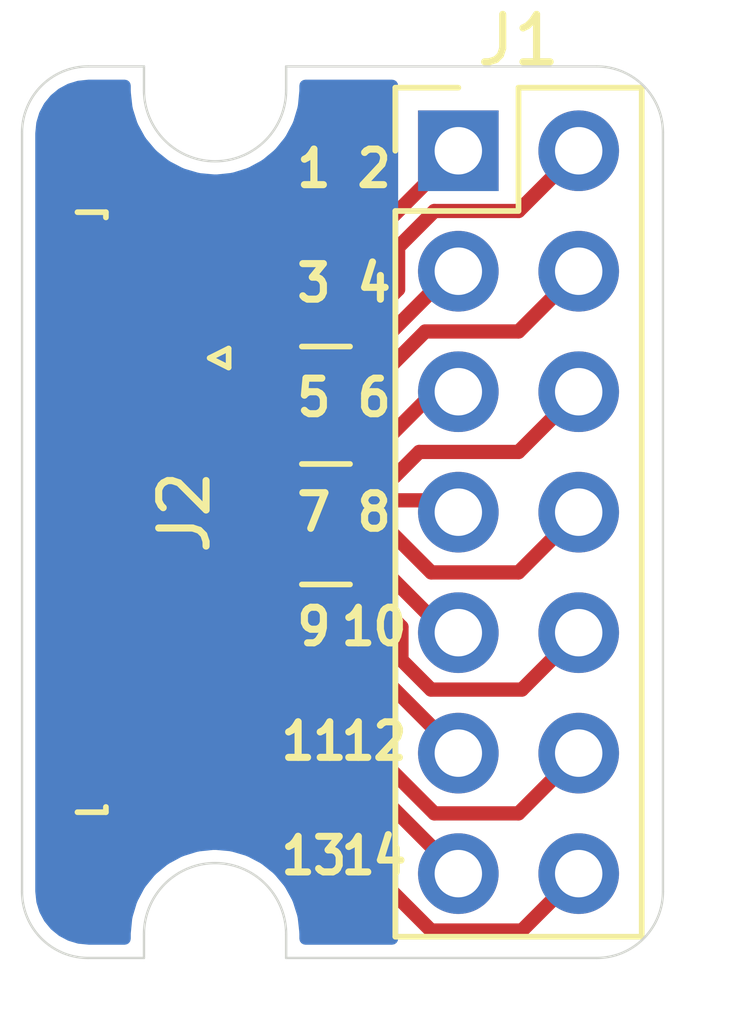
<source format=kicad_pcb>
(kicad_pcb (version 20171130) (host pcbnew "(5.1.6)-1")

  (general
    (thickness 1.6)
    (drawings 23)
    (tracks 59)
    (zones 0)
    (modules 2)
    (nets 15)
  )

  (page A4)
  (layers
    (0 F.Cu signal)
    (31 B.Cu signal)
    (32 B.Adhes user)
    (33 F.Adhes user)
    (34 B.Paste user)
    (35 F.Paste user)
    (36 B.SilkS user)
    (37 F.SilkS user)
    (38 B.Mask user)
    (39 F.Mask user)
    (40 Dwgs.User user)
    (41 Cmts.User user)
    (42 Eco1.User user)
    (43 Eco2.User user)
    (44 Edge.Cuts user)
    (45 Margin user)
    (46 B.CrtYd user)
    (47 F.CrtYd user)
    (48 B.Fab user)
    (49 F.Fab user)
  )

  (setup
    (last_trace_width 0.25)
    (user_trace_width 0.3)
    (trace_clearance 0.2)
    (zone_clearance 0.254)
    (zone_45_only no)
    (trace_min 0.2)
    (via_size 0.8)
    (via_drill 0.4)
    (via_min_size 0.4)
    (via_min_drill 0.3)
    (uvia_size 0.3)
    (uvia_drill 0.1)
    (uvias_allowed no)
    (uvia_min_size 0.2)
    (uvia_min_drill 0.1)
    (edge_width 0.05)
    (segment_width 0.2)
    (pcb_text_width 0.3)
    (pcb_text_size 1.5 1.5)
    (mod_edge_width 0.12)
    (mod_text_size 1 1)
    (mod_text_width 0.15)
    (pad_size 1.524 1.524)
    (pad_drill 0.762)
    (pad_to_mask_clearance 0.05)
    (aux_axis_origin 0 0)
    (visible_elements 7FFFFFFF)
    (pcbplotparams
      (layerselection 0x010fc_ffffffff)
      (usegerberextensions false)
      (usegerberattributes true)
      (usegerberadvancedattributes true)
      (creategerberjobfile true)
      (excludeedgelayer true)
      (linewidth 0.100000)
      (plotframeref false)
      (viasonmask false)
      (mode 1)
      (useauxorigin false)
      (hpglpennumber 1)
      (hpglpenspeed 20)
      (hpglpendiameter 15.000000)
      (psnegative false)
      (psa4output false)
      (plotreference true)
      (plotvalue true)
      (plotinvisibletext false)
      (padsonsilk false)
      (subtractmaskfromsilk false)
      (outputformat 1)
      (mirror false)
      (drillshape 1)
      (scaleselection 1)
      (outputdirectory ""))
  )

  (net 0 "")
  (net 1 "Net-(J1-Pad14)")
  (net 2 "Net-(J1-Pad13)")
  (net 3 "Net-(J1-Pad12)")
  (net 4 "Net-(J1-Pad11)")
  (net 5 "Net-(J1-Pad10)")
  (net 6 "Net-(J1-Pad9)")
  (net 7 "Net-(J1-Pad8)")
  (net 8 "Net-(J1-Pad7)")
  (net 9 "Net-(J1-Pad6)")
  (net 10 "Net-(J1-Pad5)")
  (net 11 "Net-(J1-Pad4)")
  (net 12 "Net-(J1-Pad3)")
  (net 13 "Net-(J1-Pad2)")
  (net 14 "Net-(J1-Pad1)")

  (net_class Default "This is the default net class."
    (clearance 0.2)
    (trace_width 0.25)
    (via_dia 0.8)
    (via_drill 0.4)
    (uvia_dia 0.3)
    (uvia_drill 0.1)
    (add_net "Net-(J1-Pad1)")
    (add_net "Net-(J1-Pad10)")
    (add_net "Net-(J1-Pad11)")
    (add_net "Net-(J1-Pad12)")
    (add_net "Net-(J1-Pad13)")
    (add_net "Net-(J1-Pad14)")
    (add_net "Net-(J1-Pad2)")
    (add_net "Net-(J1-Pad3)")
    (add_net "Net-(J1-Pad4)")
    (add_net "Net-(J1-Pad5)")
    (add_net "Net-(J1-Pad6)")
    (add_net "Net-(J1-Pad7)")
    (add_net "Net-(J1-Pad8)")
    (add_net "Net-(J1-Pad9)")
  )

  (module Connector_FFC-FPC:TE_1-1734839-4_1x14-1MP_P0.5mm_Horizontal (layer F.Cu) (tedit 5DB5C65C) (tstamp 602BB66D)
    (at 177.7365 126.6825 270)
    (descr "TE FPC connector, 14 top-side contacts, 0.5mm pitch, SMT, https://www.te.com/commerce/DocumentDelivery/DDEController?Action=showdoc&DocId=Customer+Drawing%7F1734839%7FC%7Fpdf%7FEnglish%7FENG_CD_1734839_C_C_1734839.pdf%7F4-1734839-0")
    (tags "te fpc 1734839")
    (path /602C1446)
    (attr smd)
    (fp_text reference J2 (at 0 0.381 90) (layer F.SilkS)
      (effects (font (size 1 1) (thickness 0.15)))
    )
    (fp_text value Conn_01x14 (at 0 3.25 90) (layer Dwgs.User)
      (effects (font (size 0.5 0.5) (thickness 0.08)))
    )
    (fp_line (start 6.72 -2.4) (end -6.72 -2.4) (layer F.CrtYd) (width 0.05))
    (fp_line (start 6.72 4.25) (end 6.72 -2.4) (layer F.CrtYd) (width 0.05))
    (fp_line (start -6.72 4.25) (end 6.72 4.25) (layer F.CrtYd) (width 0.05))
    (fp_line (start -6.72 -2.4) (end -6.72 4.25) (layer F.CrtYd) (width 0.05))
    (fp_line (start 6.105 2.75) (end -6.105 2.75) (layer Dwgs.User) (width 0.1))
    (fp_line (start -3.05 -0.55) (end -3.45 -0.55) (layer F.SilkS) (width 0.12))
    (fp_line (start -3.25 -0.15) (end -3.05 -0.55) (layer F.SilkS) (width 0.12))
    (fp_line (start -3.45 -0.55) (end -3.25 -0.15) (layer F.SilkS) (width 0.12))
    (fp_line (start 6.325 2.04) (end 6.325 2.64) (layer F.SilkS) (width 0.12))
    (fp_line (start 6.215 2.04) (end 6.325 2.04) (layer F.SilkS) (width 0.12))
    (fp_line (start -6.325 2.04) (end -6.325 2.64) (layer F.SilkS) (width 0.12))
    (fp_line (start -6.215 2.04) (end -6.325 2.04) (layer F.SilkS) (width 0.12))
    (fp_line (start -3.25 0.15) (end -2.85 -0.65) (layer F.Fab) (width 0.1))
    (fp_line (start -3.65 -0.65) (end -3.25 0.15) (layer F.Fab) (width 0.1))
    (fp_line (start -5.56 2.15) (end -5.56 -0.65) (layer F.Fab) (width 0.1))
    (fp_line (start -6.215 2.15) (end -5.56 2.15) (layer F.Fab) (width 0.1))
    (fp_line (start -6.215 3.75) (end -6.215 2.15) (layer F.Fab) (width 0.1))
    (fp_line (start 6.215 3.75) (end -6.215 3.75) (layer F.Fab) (width 0.1))
    (fp_line (start 6.215 2.15) (end 6.215 3.75) (layer F.Fab) (width 0.1))
    (fp_line (start 5.56 2.15) (end 6.215 2.15) (layer F.Fab) (width 0.1))
    (fp_line (start 5.56 -0.65) (end 5.56 2.15) (layer F.Fab) (width 0.1))
    (fp_line (start -5.56 -0.65) (end 5.56 -0.65) (layer F.Fab) (width 0.1))
    (fp_text user %R (at 0 1.55 90) (layer F.Fab)
      (effects (font (size 1 1) (thickness 0.15)))
    )
    (pad MP smd rect (at 4.92 0.35 270) (size 2.3 3.1) (layers F.Cu F.Paste F.Mask))
    (pad MP smd rect (at -4.92 0.35 270) (size 2.3 3.1) (layers F.Cu F.Paste F.Mask))
    (pad 14 smd rect (at 3.25 -1.35 270) (size 0.3 1.1) (layers F.Cu F.Paste F.Mask)
      (net 1 "Net-(J1-Pad14)"))
    (pad 13 smd rect (at 2.75 -1.35 270) (size 0.3 1.1) (layers F.Cu F.Paste F.Mask)
      (net 2 "Net-(J1-Pad13)"))
    (pad 12 smd rect (at 2.25 -1.35 270) (size 0.3 1.1) (layers F.Cu F.Paste F.Mask)
      (net 3 "Net-(J1-Pad12)"))
    (pad 11 smd rect (at 1.75 -1.35 270) (size 0.3 1.1) (layers F.Cu F.Paste F.Mask)
      (net 4 "Net-(J1-Pad11)"))
    (pad 10 smd rect (at 1.25 -1.35 270) (size 0.3 1.1) (layers F.Cu F.Paste F.Mask)
      (net 5 "Net-(J1-Pad10)"))
    (pad 9 smd rect (at 0.75 -1.35 270) (size 0.3 1.1) (layers F.Cu F.Paste F.Mask)
      (net 6 "Net-(J1-Pad9)"))
    (pad 8 smd rect (at 0.25 -1.35 270) (size 0.3 1.1) (layers F.Cu F.Paste F.Mask)
      (net 7 "Net-(J1-Pad8)"))
    (pad 7 smd rect (at -0.25 -1.35 270) (size 0.3 1.1) (layers F.Cu F.Paste F.Mask)
      (net 8 "Net-(J1-Pad7)"))
    (pad 6 smd rect (at -0.75 -1.35 270) (size 0.3 1.1) (layers F.Cu F.Paste F.Mask)
      (net 9 "Net-(J1-Pad6)"))
    (pad 5 smd rect (at -1.25 -1.35 270) (size 0.3 1.1) (layers F.Cu F.Paste F.Mask)
      (net 10 "Net-(J1-Pad5)"))
    (pad 4 smd rect (at -1.75 -1.35 270) (size 0.3 1.1) (layers F.Cu F.Paste F.Mask)
      (net 11 "Net-(J1-Pad4)"))
    (pad 3 smd rect (at -2.25 -1.35 270) (size 0.3 1.1) (layers F.Cu F.Paste F.Mask)
      (net 12 "Net-(J1-Pad3)"))
    (pad 2 smd rect (at -2.75 -1.35 270) (size 0.3 1.1) (layers F.Cu F.Paste F.Mask)
      (net 13 "Net-(J1-Pad2)"))
    (pad 1 smd rect (at -3.25 -1.35 270) (size 0.3 1.1) (layers F.Cu F.Paste F.Mask)
      (net 14 "Net-(J1-Pad1)"))
    (model ${KISYS3DMOD}/Connector_FFC-FPC.3dshapes/TE_1-1734839-4_1x14-1MP_P0.5mm_Horizontal.wrl
      (at (xyz 0 0 0))
      (scale (xyz 1 1 1))
      (rotate (xyz 0 0 0))
    )
  )

  (module Connector_PinHeader_2.54mm:PinHeader_2x07_P2.54mm_Vertical (layer F.Cu) (tedit 59FED5CC) (tstamp 602BB4D6)
    (at 183.134 119.0625)
    (descr "Through hole straight pin header, 2x07, 2.54mm pitch, double rows")
    (tags "Through hole pin header THT 2x07 2.54mm double row")
    (path /602C1C5D)
    (fp_text reference J1 (at 1.27 -2.33) (layer F.SilkS)
      (effects (font (size 1 1) (thickness 0.15)))
    )
    (fp_text value Conn_01x14 (at 1.27 17.57) (layer F.Fab)
      (effects (font (size 1 1) (thickness 0.15)))
    )
    (fp_line (start 4.35 -1.8) (end -1.8 -1.8) (layer F.CrtYd) (width 0.05))
    (fp_line (start 4.35 17.05) (end 4.35 -1.8) (layer F.CrtYd) (width 0.05))
    (fp_line (start -1.8 17.05) (end 4.35 17.05) (layer F.CrtYd) (width 0.05))
    (fp_line (start -1.8 -1.8) (end -1.8 17.05) (layer F.CrtYd) (width 0.05))
    (fp_line (start -1.33 -1.33) (end 0 -1.33) (layer F.SilkS) (width 0.12))
    (fp_line (start -1.33 0) (end -1.33 -1.33) (layer F.SilkS) (width 0.12))
    (fp_line (start 1.27 -1.33) (end 3.87 -1.33) (layer F.SilkS) (width 0.12))
    (fp_line (start 1.27 1.27) (end 1.27 -1.33) (layer F.SilkS) (width 0.12))
    (fp_line (start -1.33 1.27) (end 1.27 1.27) (layer F.SilkS) (width 0.12))
    (fp_line (start 3.87 -1.33) (end 3.87 16.57) (layer F.SilkS) (width 0.12))
    (fp_line (start -1.33 1.27) (end -1.33 16.57) (layer F.SilkS) (width 0.12))
    (fp_line (start -1.33 16.57) (end 3.87 16.57) (layer F.SilkS) (width 0.12))
    (fp_line (start -1.27 0) (end 0 -1.27) (layer F.Fab) (width 0.1))
    (fp_line (start -1.27 16.51) (end -1.27 0) (layer F.Fab) (width 0.1))
    (fp_line (start 3.81 16.51) (end -1.27 16.51) (layer F.Fab) (width 0.1))
    (fp_line (start 3.81 -1.27) (end 3.81 16.51) (layer F.Fab) (width 0.1))
    (fp_line (start 0 -1.27) (end 3.81 -1.27) (layer F.Fab) (width 0.1))
    (fp_text user %R (at 1.27 7.62 90) (layer F.Fab)
      (effects (font (size 1 1) (thickness 0.15)))
    )
    (pad 14 thru_hole oval (at 2.54 15.24) (size 1.7 1.7) (drill 1) (layers *.Cu *.Mask)
      (net 1 "Net-(J1-Pad14)"))
    (pad 13 thru_hole oval (at 0 15.24) (size 1.7 1.7) (drill 1) (layers *.Cu *.Mask)
      (net 2 "Net-(J1-Pad13)"))
    (pad 12 thru_hole oval (at 2.54 12.7) (size 1.7 1.7) (drill 1) (layers *.Cu *.Mask)
      (net 3 "Net-(J1-Pad12)"))
    (pad 11 thru_hole oval (at 0 12.7) (size 1.7 1.7) (drill 1) (layers *.Cu *.Mask)
      (net 4 "Net-(J1-Pad11)"))
    (pad 10 thru_hole oval (at 2.54 10.16) (size 1.7 1.7) (drill 1) (layers *.Cu *.Mask)
      (net 5 "Net-(J1-Pad10)"))
    (pad 9 thru_hole oval (at 0 10.16) (size 1.7 1.7) (drill 1) (layers *.Cu *.Mask)
      (net 6 "Net-(J1-Pad9)"))
    (pad 8 thru_hole oval (at 2.54 7.62) (size 1.7 1.7) (drill 1) (layers *.Cu *.Mask)
      (net 7 "Net-(J1-Pad8)"))
    (pad 7 thru_hole oval (at 0 7.62) (size 1.7 1.7) (drill 1) (layers *.Cu *.Mask)
      (net 8 "Net-(J1-Pad7)"))
    (pad 6 thru_hole oval (at 2.54 5.08) (size 1.7 1.7) (drill 1) (layers *.Cu *.Mask)
      (net 9 "Net-(J1-Pad6)"))
    (pad 5 thru_hole oval (at 0 5.08) (size 1.7 1.7) (drill 1) (layers *.Cu *.Mask)
      (net 10 "Net-(J1-Pad5)"))
    (pad 4 thru_hole oval (at 2.54 2.54) (size 1.7 1.7) (drill 1) (layers *.Cu *.Mask)
      (net 11 "Net-(J1-Pad4)"))
    (pad 3 thru_hole oval (at 0 2.54) (size 1.7 1.7) (drill 1) (layers *.Cu *.Mask)
      (net 12 "Net-(J1-Pad3)"))
    (pad 2 thru_hole oval (at 2.54 0) (size 1.7 1.7) (drill 1) (layers *.Cu *.Mask)
      (net 13 "Net-(J1-Pad2)"))
    (pad 1 thru_hole rect (at 0 0) (size 1.7 1.7) (drill 1) (layers *.Cu *.Mask)
      (net 14 "Net-(J1-Pad1)"))
    (model ${KISYS3DMOD}/Connector_PinHeader_2.54mm.3dshapes/PinHeader_2x07_P2.54mm_Vertical.wrl
      (at (xyz 0 0 0))
      (scale (xyz 1 1 1))
      (rotate (xyz 0 0 0))
    )
  )

  (gr_text "2\n\n4\n\n6\n\n8\n\n10\n\n12\n\n14" (at 181.356 126.6825) (layer F.SilkS) (tstamp 602B9D08)
    (effects (font (size 0.75 0.7) (thickness 0.15)))
  )
  (gr_text "1\n\n3\n\n5\n\n7\n\n9\n\n11\n\n13" (at 180.086 126.6825) (layer F.SilkS)
    (effects (font (size 0.75 0.7) (thickness 0.15)))
  )
  (gr_line (start 179.832 123.19) (end 180.848 123.19) (layer F.SilkS) (width 0.12) (tstamp 602B9B8E))
  (gr_line (start 179.832 128.2065) (end 180.848 128.2065) (layer F.SilkS) (width 0.12) (tstamp 602B9B8E))
  (gr_line (start 179.832 125.6665) (end 180.848 125.6665) (layer F.SilkS) (width 0.12))
  (gr_text SdtElectronics (at 180.34 126.6825 90) (layer B.Mask) (tstamp 602B9450)
    (effects (font (size 1.5 1.5) (thickness 0.3)) (justify mirror))
  )
  (gr_text SdtElectronics (at 180.34 126.6825 90) (layer B.Paste)
    (effects (font (size 1.5 1.5) (thickness 0.3)) (justify mirror))
  )
  (gr_line (start 179.5 136.0805) (end 186.055 136.0805) (layer Edge.Cuts) (width 0.05) (tstamp 602BB991))
  (gr_line (start 179.5 136.0805) (end 179.5 135.5805) (layer Edge.Cuts) (width 0.05) (tstamp 602BB984))
  (gr_arc (start 178 135.5805) (end 179.5 135.5805) (angle -180) (layer Edge.Cuts) (width 0.05) (tstamp 602BB983))
  (gr_line (start 176.5 135.5805) (end 176.5 136.0805) (layer Edge.Cuts) (width 0.05) (tstamp 602BB982))
  (gr_line (start 175.3235 136.0805) (end 176.5 136.0805) (layer Edge.Cuts) (width 0.05) (tstamp 602BB97F))
  (gr_line (start 179.5 117.2845) (end 186.055 117.2845) (layer Edge.Cuts) (width 0.05) (tstamp 602BB97A))
  (gr_line (start 176.5 117.2845) (end 176.5 117.7845) (layer Edge.Cuts) (width 0.05) (tstamp 602BB968))
  (gr_line (start 179.5 117.7845) (end 179.5 117.2845) (layer Edge.Cuts) (width 0.05))
  (gr_arc (start 178 117.7845) (end 176.5 117.7845) (angle -180) (layer Edge.Cuts) (width 0.05))
  (gr_line (start 175.3235 117.2845) (end 176.5 117.2845) (layer Edge.Cuts) (width 0.05) (tstamp 602BB92E))
  (gr_line (start 173.9265 118.6815) (end 173.9265 134.6835) (layer Edge.Cuts) (width 0.05) (tstamp 602BB923))
  (gr_arc (start 175.3235 118.6815) (end 175.3235 117.2845) (angle -90) (layer Edge.Cuts) (width 0.05) (tstamp 602BB922))
  (gr_arc (start 175.3235 134.6835) (end 173.9265 134.6835) (angle -90) (layer Edge.Cuts) (width 0.05) (tstamp 602BB921))
  (gr_line (start 187.452 134.6835) (end 187.452 118.6815) (layer Edge.Cuts) (width 0.05) (tstamp 602BB8F3))
  (gr_arc (start 186.055 134.6835) (end 186.055 136.0805) (angle -90) (layer Edge.Cuts) (width 0.05) (tstamp 602BB8EB))
  (gr_arc (start 186.055 118.6815) (end 187.452 118.6815) (angle -90) (layer Edge.Cuts) (width 0.05))

  (segment (start 182.557999 135.502501) (end 179.8955 132.840002) (width 0.3) (layer F.Cu) (net 1))
  (segment (start 185.674 134.3025) (end 184.473999 135.502501) (width 0.3) (layer F.Cu) (net 1))
  (segment (start 184.473999 135.502501) (end 182.557999 135.502501) (width 0.3) (layer F.Cu) (net 1))
  (segment (start 179.8955 132.840002) (end 179.8955 130.2385) (width 0.3) (layer F.Cu) (net 1))
  (segment (start 179.5895 129.9325) (end 179.0865 129.9325) (width 0.3) (layer F.Cu) (net 1))
  (segment (start 179.8955 130.2385) (end 179.5895 129.9325) (width 0.3) (layer F.Cu) (net 1))
  (segment (start 180.433969 129.824469) (end 180.042 129.4325) (width 0.3) (layer F.Cu) (net 2))
  (segment (start 180.042 129.4325) (end 179.0865 129.4325) (width 0.3) (layer F.Cu) (net 2))
  (segment (start 183.134 134.3025) (end 180.433969 131.602469) (width 0.3) (layer F.Cu) (net 2))
  (segment (start 180.433969 131.602469) (end 180.433969 129.824469) (width 0.3) (layer F.Cu) (net 2))
  (segment (start 182.627999 133.032501) (end 180.933979 131.338481) (width 0.3) (layer F.Cu) (net 3))
  (segment (start 185.674 131.7625) (end 184.403999 133.032501) (width 0.3) (layer F.Cu) (net 3))
  (segment (start 184.403999 133.032501) (end 182.627999 133.032501) (width 0.3) (layer F.Cu) (net 3))
  (segment (start 180.933979 131.338481) (end 180.933979 129.571099) (width 0.3) (layer F.Cu) (net 3))
  (segment (start 180.29538 128.9325) (end 179.0865 128.9325) (width 0.3) (layer F.Cu) (net 3))
  (segment (start 180.933979 129.571099) (end 180.29538 128.9325) (width 0.3) (layer F.Cu) (net 3))
  (segment (start 183.134 131.7625) (end 181.433989 130.062489) (width 0.3) (layer F.Cu) (net 4))
  (segment (start 180.5025 128.4325) (end 179.0865 128.4325) (width 0.3) (layer F.Cu) (net 4))
  (segment (start 181.433989 129.363989) (end 180.5025 128.4325) (width 0.3) (layer F.Cu) (net 4))
  (segment (start 181.433989 130.062489) (end 181.433989 129.363989) (width 0.3) (layer F.Cu) (net 4))
  (segment (start 182.557999 130.422501) (end 181.933999 129.798501) (width 0.3) (layer F.Cu) (net 5))
  (segment (start 185.674 129.2225) (end 184.473999 130.422501) (width 0.3) (layer F.Cu) (net 5))
  (segment (start 184.473999 130.422501) (end 182.557999 130.422501) (width 0.3) (layer F.Cu) (net 5))
  (segment (start 180.7645 127.9325) (end 179.0865 127.9325) (width 0.3) (layer F.Cu) (net 5))
  (segment (start 181.933999 129.101999) (end 180.7645 127.9325) (width 0.3) (layer F.Cu) (net 5))
  (segment (start 181.933999 129.798501) (end 181.933999 129.101999) (width 0.3) (layer F.Cu) (net 5))
  (segment (start 181.09 127.4325) (end 179.0865 127.4325) (width 0.3) (layer F.Cu) (net 6))
  (segment (start 183.134 129.2225) (end 182.88 129.2225) (width 0.3) (layer F.Cu) (net 6))
  (segment (start 182.88 129.2225) (end 181.09 127.4325) (width 0.3) (layer F.Cu) (net 6))
  (segment (start 185.674 126.6825) (end 184.404 127.9525) (width 0.3) (layer F.Cu) (net 7))
  (segment (start 184.404 127.9525) (end 182.5625 127.9525) (width 0.3) (layer F.Cu) (net 7))
  (segment (start 181.5425 126.9325) (end 179.0865 126.9325) (width 0.3) (layer F.Cu) (net 7))
  (segment (start 182.5625 127.9525) (end 181.5425 126.9325) (width 0.3) (layer F.Cu) (net 7))
  (segment (start 182.884 126.4325) (end 183.134 126.6825) (width 0.3) (layer F.Cu) (net 8))
  (segment (start 179.0865 126.4325) (end 182.884 126.4325) (width 0.3) (layer F.Cu) (net 8))
  (segment (start 185.674 124.1425) (end 184.404 125.4125) (width 0.3) (layer F.Cu) (net 9))
  (segment (start 184.404 125.4125) (end 182.3085 125.4125) (width 0.3) (layer F.Cu) (net 9))
  (segment (start 181.7885 125.9325) (end 178.7055 125.9325) (width 0.3) (layer F.Cu) (net 9))
  (segment (start 182.3085 125.4125) (end 181.7885 125.9325) (width 0.3) (layer F.Cu) (net 9))
  (segment (start 183.134 124.1425) (end 182.626 124.1425) (width 0.3) (layer F.Cu) (net 10))
  (segment (start 181.336 125.4325) (end 178.7055 125.4325) (width 0.3) (layer F.Cu) (net 10))
  (segment (start 182.626 124.1425) (end 181.336 125.4325) (width 0.3) (layer F.Cu) (net 10))
  (segment (start 185.674 121.6025) (end 184.404 122.8725) (width 0.3) (layer F.Cu) (net 11))
  (segment (start 184.404 122.8725) (end 182.4355 122.8725) (width 0.3) (layer F.Cu) (net 11))
  (segment (start 180.3755 124.9325) (end 178.7055 124.9325) (width 0.3) (layer F.Cu) (net 11))
  (segment (start 182.4355 122.8725) (end 180.3755 124.9325) (width 0.3) (layer F.Cu) (net 11))
  (segment (start 183.134 121.6025) (end 182.99838 121.6025) (width 0.3) (layer F.Cu) (net 12))
  (segment (start 180.16838 124.4325) (end 178.7055 124.4325) (width 0.3) (layer F.Cu) (net 12))
  (segment (start 182.99838 121.6025) (end 180.16838 124.4325) (width 0.3) (layer F.Cu) (net 12))
  (segment (start 179.915 123.9325) (end 178.7055 123.9325) (width 0.3) (layer F.Cu) (net 13))
  (segment (start 184.404 120.3325) (end 182.627998 120.3325) (width 0.3) (layer F.Cu) (net 13))
  (segment (start 185.674 119.0625) (end 184.404 120.3325) (width 0.3) (layer F.Cu) (net 13))
  (segment (start 182.627998 120.3325) (end 181.864 121.096498) (width 0.3) (layer F.Cu) (net 13))
  (segment (start 181.864 121.9835) (end 179.915 123.9325) (width 0.3) (layer F.Cu) (net 13))
  (segment (start 181.864 121.096498) (end 181.864 121.9835) (width 0.3) (layer F.Cu) (net 13))
  (segment (start 183.134 119.0625) (end 181.36399 120.83251) (width 0.3) (layer F.Cu) (net 14))
  (segment (start 181.36399 120.83251) (end 181.36399 121.77639) (width 0.3) (layer F.Cu) (net 14))
  (segment (start 179.70788 123.4325) (end 178.7055 123.4325) (width 0.3) (layer F.Cu) (net 14))
  (segment (start 181.36399 121.77639) (end 179.70788 123.4325) (width 0.3) (layer F.Cu) (net 14))

  (zone (net 0) (net_name "") (layer B.Cu) (tstamp 0) (hatch edge 0.508)
    (connect_pads (clearance 0.254))
    (min_thickness 0.254)
    (fill yes (arc_segments 32) (thermal_gap 0.508) (thermal_bridge_width 0.508))
    (polygon
      (pts
        (xy 181.864 136.0805) (xy 173.9265 136.0805) (xy 173.9265 117.2845) (xy 181.864 117.2845)
      )
    )
    (filled_polygon
      (pts
        (xy 176.094001 117.804441) (xy 176.094139 117.805843) (xy 176.094156 117.808274) (xy 176.096084 117.826621) (xy 176.096084 117.845062)
        (xy 176.096676 117.8507) (xy 176.129309 118.141625) (xy 176.136962 118.177627) (xy 176.144107 118.213714) (xy 176.145783 118.21913)
        (xy 176.234301 118.498175) (xy 176.248814 118.532036) (xy 176.262821 118.566018) (xy 176.265517 118.571005) (xy 176.406549 118.827543)
        (xy 176.427346 118.857917) (xy 176.447703 118.888555) (xy 176.451316 118.892923) (xy 176.639491 119.117181) (xy 176.665796 119.14294)
        (xy 176.691711 119.169037) (xy 176.696104 119.17262) (xy 176.924254 119.356057) (xy 176.955062 119.376217) (xy 176.985551 119.396782)
        (xy 176.990553 119.399442) (xy 176.990557 119.399445) (xy 176.990561 119.399447) (xy 177.249991 119.535074) (xy 177.284081 119.548847)
        (xy 177.318032 119.563119) (xy 177.32346 119.564758) (xy 177.604298 119.647413) (xy 177.640461 119.654311) (xy 177.67649 119.661707)
        (xy 177.68213 119.66226) (xy 177.682132 119.66226) (xy 177.973676 119.688792) (xy 178.010472 119.688535) (xy 178.047268 119.688792)
        (xy 178.05291 119.688239) (xy 178.052912 119.688239) (xy 178.344055 119.657639) (xy 178.380121 119.650236) (xy 178.416247 119.643344)
        (xy 178.421674 119.641706) (xy 178.70133 119.555138) (xy 178.735282 119.540866) (xy 178.769371 119.527093) (xy 178.774372 119.524435)
        (xy 178.774376 119.524433) (xy 178.774379 119.524431) (xy 179.031893 119.385193) (xy 179.062426 119.364598) (xy 179.093189 119.344467)
        (xy 179.097583 119.340885) (xy 179.32315 119.154279) (xy 179.349084 119.128163) (xy 179.375369 119.102423) (xy 179.378983 119.098055)
        (xy 179.564009 118.871191) (xy 179.584383 118.840526) (xy 179.605162 118.810179) (xy 179.607859 118.805193) (xy 179.745296 118.546712)
        (xy 179.759336 118.512649) (xy 179.773814 118.478869) (xy 179.775491 118.473453) (xy 179.860105 118.193199) (xy 179.867262 118.157053)
        (xy 179.874902 118.121108) (xy 179.875494 118.115483) (xy 179.875496 118.115471) (xy 179.875496 118.11546) (xy 179.904062 117.824118)
        (xy 179.906 117.804441) (xy 179.906 117.6905) (xy 181.737 117.6905) (xy 181.737 135.6745) (xy 179.906 135.6745)
        (xy 179.906 135.560559) (xy 179.905861 135.559146) (xy 179.905844 135.556727) (xy 179.903916 135.53838) (xy 179.903916 135.519938)
        (xy 179.903324 135.514299) (xy 179.870691 135.223375) (xy 179.86303 135.187335) (xy 179.855892 135.151286) (xy 179.854216 135.14587)
        (xy 179.765699 134.866825) (xy 179.751181 134.832951) (xy 179.737179 134.798982) (xy 179.734488 134.794004) (xy 179.734484 134.793995)
        (xy 179.734479 134.793988) (xy 179.59345 134.537457) (xy 179.572655 134.507087) (xy 179.552297 134.476445) (xy 179.548684 134.472077)
        (xy 179.360509 134.247819) (xy 179.334204 134.22206) (xy 179.308289 134.195963) (xy 179.303896 134.192379) (xy 179.075746 134.008943)
        (xy 179.044938 133.988783) (xy 179.014449 133.968218) (xy 179.009447 133.965558) (xy 179.009443 133.965555) (xy 179.009439 133.965553)
        (xy 178.750009 133.829926) (xy 178.715858 133.816128) (xy 178.681968 133.801882) (xy 178.676545 133.800244) (xy 178.676539 133.800242)
        (xy 178.395702 133.717587) (xy 178.359502 133.710682) (xy 178.32351 133.703294) (xy 178.31787 133.70274) (xy 178.317868 133.70274)
        (xy 178.026324 133.676208) (xy 177.989529 133.676465) (xy 177.952733 133.676208) (xy 177.947091 133.676761) (xy 177.947087 133.676761)
        (xy 177.655945 133.707361) (xy 177.619879 133.714764) (xy 177.583753 133.721656) (xy 177.578325 133.723294) (xy 177.29867 133.809862)
        (xy 177.264718 133.824134) (xy 177.230629 133.837907) (xy 177.225628 133.840565) (xy 177.225624 133.840567) (xy 177.225623 133.840568)
        (xy 176.968107 133.979807) (xy 176.937574 134.000402) (xy 176.906811 134.020533) (xy 176.902417 134.024115) (xy 176.67685 134.21072)
        (xy 176.650896 134.236856) (xy 176.624631 134.262577) (xy 176.621017 134.266945) (xy 176.435991 134.493809) (xy 176.415617 134.524474)
        (xy 176.394838 134.554821) (xy 176.392141 134.559807) (xy 176.254704 134.818288) (xy 176.240664 134.852351) (xy 176.226186 134.886131)
        (xy 176.224509 134.891546) (xy 176.139895 135.171801) (xy 176.132743 135.207922) (xy 176.125098 135.243892) (xy 176.124505 135.24953)
        (xy 176.095938 135.540882) (xy 176.094 135.56056) (xy 176.094 135.6745) (xy 175.343354 135.6745) (xy 175.131395 135.653717)
        (xy 174.946601 135.597925) (xy 174.776165 135.507303) (xy 174.626582 135.385306) (xy 174.503537 135.236569) (xy 174.411728 135.066773)
        (xy 174.354648 134.882376) (xy 174.3325 134.671652) (xy 174.3325 118.701354) (xy 174.353283 118.489393) (xy 174.409075 118.304601)
        (xy 174.499697 118.134165) (xy 174.621695 117.984582) (xy 174.770428 117.861539) (xy 174.940229 117.769728) (xy 175.124624 117.712648)
        (xy 175.335349 117.6905) (xy 176.094001 117.6905)
      )
    )
  )
)

</source>
